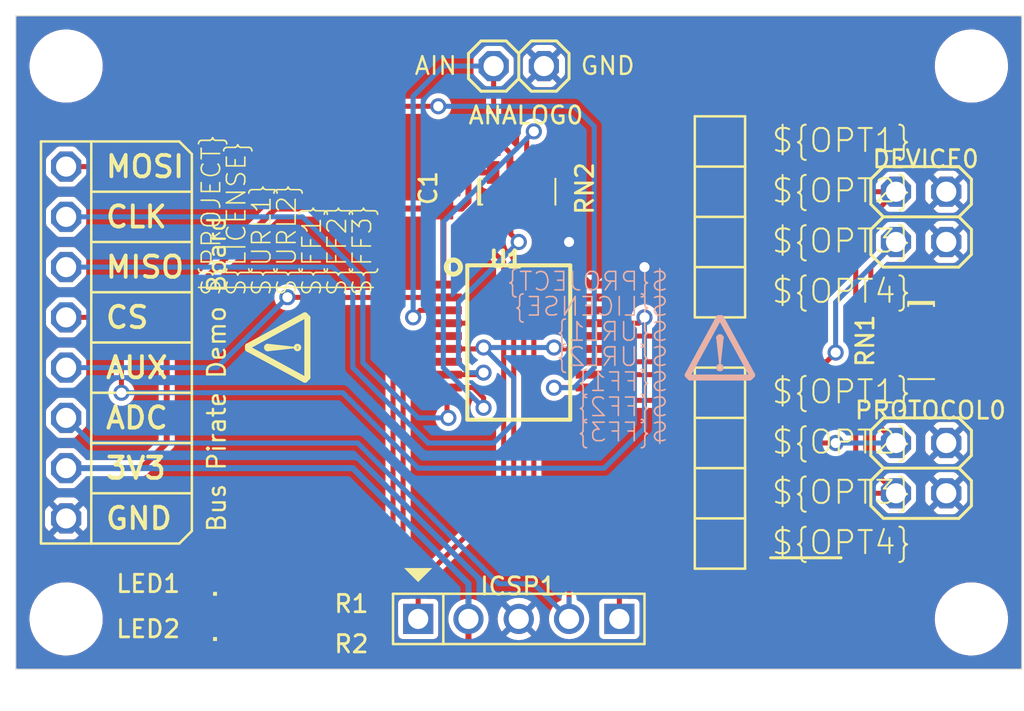
<source format=kicad_pcb>
(kicad_pcb (version 20221018) (generator pcbnew)
  (layers (0 "F.Cu" signal) (31 "B.Cu" signal) (34 "B.Paste" user) (35 "F.Paste" user) (36 "B.SilkS" user "B.Silkscreen") (37 "F.SilkS" user "F.Silkscreen") (38 "B.Mask" user) (39 "F.Mask" user) (44 "Edge.Cuts" user))
  (net 0 "")
  (net 1 "GND")
  (net 2 "PGD")
  (net 3 "PGC")
  (net 4 "MCLR")
  (net 5 "+3V3")
  (net 6 "MOSI")
  (net 7 "CLK")
  (net 8 "MISO")
  (net 9 "CS")
  (net 10 "AUX")
  (net 11 "ADC_IN0")
  (net 12 "N$2")
  (net 13 "X1")
  (net 14 "X2")
  (net 15 "Y1")
  (net 16 "Y2")
  (net 17 "N$1")
  (net 18 "ADC_IN1")
  (net 19 "ADC_IN2")
  (net 20 "N$7")
  (net 21 "N$10")
  (footprint "" (layer "F.Cu") (at 171.3611 91.0336)
    (fp_text reference "@HOLE2" hide)
    (fp_text value "" (at 0 0) (layer "F.SilkS") (effects (font (size 1.27 1.27))))
    (pad "" np_thru_hole circle (at 0 0) (size 3.2 3.2) (drill 3.2) (layers "*.Cu" "*.Mask"))
  )
  (footprint "" (layer "F.Cu") (at 125.6411 118.9736)
    (fp_text reference "@HOLE0" hide)
    (fp_text value "" (at 0 0) (layer "F.SilkS") (effects (font (size 1.27 1.27))))
    (pad "" np_thru_hole circle (at 0 0) (size 3.2 3.2) (drill 3.2) (layers "*.Cu" "*.Mask"))
  )
  (footprint "working:RN8P-4R-CRA06S" (layer "F.Cu") (at 168.8211 105.0036 -90)
    (fp_text reference "RN1" (at -1.492 2.826 90) (layer "F.SilkS") (effects (font (size 0.875792 0.875792) (thickness 0.140208)) (justify right)))
    (fp_text value "10k")
    (fp_poly (pts (xy -2.1 0.7) (xy -1.9 0.7) (xy -1.9 -0.7) (xy -2.1 -0.7)) (fill solid) (layer "F.SilkS"))
    (fp_poly (pts (xy -2 -0.6) (xy -1.8 -0.6) (xy -1.8 -0.7) (xy -2 -0.7)) (fill solid) (layer "F.SilkS"))
    (fp_poly (pts (xy -2 0.7) (xy -1.8 0.7) (xy -1.8 0.6) (xy -2 0.6)) (fill solid) (layer "F.SilkS"))
    (fp_poly (pts (xy 1.8 0.7) (xy 1.9 0.7) (xy 1.9 -0.7) (xy 1.8 -0.7)) (fill solid) (layer "F.SilkS"))
    (pad "1" smd rect (at -1.295 0.975 270) (size 0.63 1.15) (layers "F.Cu" "F.Paste" "F.Mask") (net 14 "X2"))
    (pad "2" smd rect (at -0.4 0.975 270) (size 0.44 1.15) (layers "F.Cu" "F.Paste" "F.Mask") (net 13 "X1"))
    (pad "3" smd rect (at 0.4 0.975 270) (size 0.44 1.15) (layers "F.Cu" "F.Paste" "F.Mask") (net 16 "Y2"))
    (pad "4" smd rect (at 1.295 0.975 270) (size 0.63 1.15) (layers "F.Cu" "F.Paste" "F.Mask") (net 15 "Y1"))
    (pad "5" smd rect (at 1.295 -0.975 270) (size 0.63 1.15) (layers "F.Cu" "F.Paste" "F.Mask") (net 5 "+3V3"))
    (pad "6" smd rect (at 0.4 -0.975 270) (size 0.44 1.15) (layers "F.Cu" "F.Paste" "F.Mask") (net 5 "+3V3"))
    (pad "7" smd rect (at -0.4 -0.975 270) (size 0.44 1.15) (layers "F.Cu" "F.Paste" "F.Mask") (net 5 "+3V3"))
    (pad "8" smd rect (at -1.295 -0.975 270) (size 0.63 1.15) (layers "F.Cu" "F.Paste" "F.Mask") (net 5 "+3V3"))
  )
  (footprint "working:LED-805" (layer "F.Cu") (at 133.2611 119.9896 90)
    (fp_text reference "LED2" (at 0.508 -1.778) (layer "F.SilkS") (effects (font (size 0.875792 0.875792) (thickness 0.140208)) (justify right)))
    (fp_text value "")
    (fp_poly (pts (xy -0.1 0) (xy 0.1 0) (xy 0.1 -0.2) (xy -0.1 -0.2)) (fill solid) (layer "F.SilkS"))
    (pad "A" smd rect (at 0 1.05 90) (size 1.2 1.2) (layers "F.Cu" "F.Paste" "F.Mask") (net 20 "N$7"))
    (pad "C" smd rect (at 0 -1.05 90) (size 1.2 1.2) (layers "F.Cu" "F.Paste" "F.Mask") (net 1 "GND"))
  )
  (footprint "working:R603" (layer "F.Cu") (at 137.0711 119.9896)
    (fp_text reference "R2" (at 2.032 0.254) (layer "F.SilkS") (effects (font (size 0.875792 0.875792) (thickness 0.140208)) (justify left)))
    (fp_text value "1k")
    (pad "1" smd rect (at -0.85 0) (size 1 1.1) (layers "F.Cu" "F.Paste" "F.Mask") (net 20 "N$7"))
    (pad "2" smd rect (at 0.85 0) (size 1 1.1) (layers "F.Cu" "F.Paste" "F.Mask") (net 21 "N$10"))
  )
  (footprint "" (layer "F.Cu") (at 125.6411 91.0336)
    (fp_text reference "@HOLE3" hide)
    (fp_text value "" (at 0 0) (layer "F.SilkS") (effects (font (size 1.27 1.27))))
    (pad "" np_thru_hole circle (at 0 0) (size 3.2 3.2) (drill 3.2) (layers "*.Cu" "*.Mask"))
  )
  (footprint "working:2X02" (layer "F.Cu") (at 168.8211 98.6536 -90)
    (fp_text reference "DEVICE0" (at -2.921 2.54) (layer "F.SilkS") (effects (font (size 0.87884 0.87884) (thickness 0.13716)) (justify left)))
    (fp_text value "")
    (fp_line (start -2.54 -1.905) (end -1.905 -2.54) (stroke (width 0.1524)) (layer "F.SilkS"))
    (fp_line (start -2.54 1.905) (end -2.54 -1.905) (stroke (width 0.1524)) (layer "F.SilkS"))
    (fp_line (start -2.54 1.905) (end -1.905 2.54) (stroke (width 0.1524)) (layer "F.SilkS"))
    (fp_line (start -1.905 -2.54) (end -0.635 -2.54) (stroke (width 0.1524)) (layer "F.SilkS"))
    (fp_line (start -1.905 2.54) (end -0.635 2.54) (stroke (width 0.1524)) (layer "F.SilkS"))
    (fp_line (start -0.635 -2.54) (end 0 -1.905) (stroke (width 0.1524)) (layer "F.SilkS"))
    (fp_line (start -0.635 2.54) (end 0 1.905) (stroke (width 0.1524)) (layer "F.SilkS"))
    (fp_line (start 0 -1.905) (end 0 1.905) (stroke (width 0.1524)) (layer "F.SilkS"))
    (fp_line (start 0 -1.905) (end 0.635 -2.54) (stroke (width 0.1524)) (layer "F.SilkS"))
    (fp_line (start 0 1.905) (end 0.635 2.54) (stroke (width 0.1524)) (layer "F.SilkS"))
    (fp_line (start 0.635 -2.54) (end 1.905 -2.54) (stroke (width 0.1524)) (layer "F.SilkS"))
    (fp_line (start 0.635 2.54) (end 1.905 2.54) (stroke (width 0.1524)) (layer "F.SilkS"))
    (fp_line (start 1.905 -2.54) (end 2.54 -1.905) (stroke (width 0.1524)) (layer "F.SilkS"))
    (fp_line (start 1.905 2.54) (end 2.54 1.905) (stroke (width 0.1524)) (layer "F.SilkS"))
    (fp_line (start 2.54 -1.905) (end 2.54 1.905) (stroke (width 0.1524)) (layer "F.SilkS"))
    (pad "1" thru_hole roundrect (at -1.27 1.27 270) (size 1.524 1.524) (drill 1.016) (layers "*.Cu" "*.Mask") (chamfer_ratio 0.2928932188) (chamfer top_left top_right bottom_left bottom_right) (net 13 "X1"))
    (pad "2" thru_hole roundrect (at -1.27 -1.27 270) (size 1.524 1.524) (drill 1.016) (layers "*.Cu" "*.Mask") (chamfer_ratio 0.2928932188) (chamfer top_left top_right bottom_left bottom_right) (net 1 "GND"))
    (pad "3" thru_hole roundrect (at 1.27 1.27 270) (size 1.524 1.524) (drill 1.016) (layers "*.Cu" "*.Mask") (chamfer_ratio 0.2928932188) (chamfer top_left top_right bottom_left bottom_right) (net 14 "X2"))
    (pad "4" thru_hole roundrect (at 1.27 -1.27 270) (size 1.524 1.524) (drill 1.016) (layers "*.Cu" "*.Mask") (chamfer_ratio 0.2928932188) (chamfer top_left top_right bottom_left bottom_right) (net 1 "GND"))
  )
  (footprint "working:JUMP2X2_DESC" (layer "F.Cu") (at 161.2011 110.7186)
    (fp_text reference "U$9" hide)
    (fp_text value "JUMP2X2_DESC" hide)
    (fp_text user "${OPT2}" (at 0 0) (layer "F.SilkS") (effects (font (size 1.1684 1.1684) (thickness 0.1016)) (justify left bottom)))
    (fp_text user "${OPT1}" (at 0 -2.54) (layer "F.SilkS") (effects (font (size 1.1684 1.1684) (thickness 0.1016)) (justify left bottom)))
    (fp_text user "${OPT3}" (at 0 2.54) (layer "F.SilkS") (effects (font (size 1.1684 1.1684) (thickness 0.1016)) (justify left bottom)))
    (fp_text user "${OPT4}" (at 0 5.08) (layer "F.SilkS") (effects (font (size 1.1684 1.1684) (thickness 0.1016)) (justify left bottom)))
    (fp_line (start -3.81 -4.445) (end -1.27 -4.445) (stroke (width 0.127)) (layer "F.SilkS"))
    (fp_line (start -3.81 -1.905) (end -3.81 -4.445) (stroke (width 0.127)) (layer "F.SilkS"))
    (fp_line (start -3.81 -1.905) (end -1.27 -1.905) (stroke (width 0.127)) (layer "F.SilkS"))
    (fp_line (start -3.81 0.635) (end -3.81 -1.905) (stroke (width 0.127)) (layer "F.SilkS"))
    (fp_line (start -3.81 0.635) (end -1.27 0.635) (stroke (width 0.127)) (layer "F.SilkS"))
    (fp_line (start -3.81 3.175) (end -3.81 0.635) (stroke (width 0.127)) (layer "F.SilkS"))
    (fp_line (start -3.81 3.175) (end -1.27 3.175) (stroke (width 0.127)) (layer "F.SilkS"))
    (fp_line (start -3.81 5.715) (end -3.81 3.175) (stroke (width 0.127)) (layer "F.SilkS"))
    (fp_line (start -1.27 -4.445) (end -1.27 -1.905) (stroke (width 0.127)) (layer "F.SilkS"))
    (fp_line (start -1.27 -1.905) (end -1.27 0.635) (stroke (width 0.127)) (layer "F.SilkS"))
    (fp_line (start -1.27 0.635) (end -1.27 3.175) (stroke (width 0.127)) (layer "F.SilkS"))
    (fp_line (start -1.27 3.175) (end -1.27 5.715) (stroke (width 0.127)) (layer "F.SilkS"))
    (fp_line (start -1.27 5.715) (end -3.81 5.715) (stroke (width 0.127)) (layer "F.SilkS"))
  )
  (footprint "working:2X02" (layer "F.Cu") (at 168.8211 111.3536 -90)
    (fp_text reference "PROTOCOL0" (at -2.921 3.429) (layer "F.SilkS") (effects (font (size 0.87884 0.87884) (thickness 0.13716)) (justify left)))
    (fp_text value "")
    (fp_line (start -2.54 -1.905) (end -1.905 -2.54) (stroke (width 0.1524)) (layer "F.SilkS"))
    (fp_line (start -2.54 1.905) (end -2.54 -1.905) (stroke (width 0.1524)) (layer "F.SilkS"))
    (fp_line (start -2.54 1.905) (end -1.905 2.54) (stroke (width 0.1524)) (layer "F.SilkS"))
    (fp_line (start -1.905 -2.54) (end -0.635 -2.54) (stroke (width 0.1524)) (layer "F.SilkS"))
    (fp_line (start -1.905 2.54) (end -0.635 2.54) (stroke (width 0.1524)) (layer "F.SilkS"))
    (fp_line (start -0.635 -2.54) (end 0 -1.905) (stroke (width 0.1524)) (layer "F.SilkS"))
    (fp_line (start -0.635 2.54) (end 0 1.905) (stroke (width 0.1524)) (layer "F.SilkS"))
    (fp_line (start 0 -1.905) (end 0 1.905) (stroke (width 0.1524)) (layer "F.SilkS"))
    (fp_line (start 0 -1.905) (end 0.635 -2.54) (stroke (width 0.1524)) (layer "F.SilkS"))
    (fp_line (start 0 1.905) (end 0.635 2.54) (stroke (width 0.1524)) (layer "F.SilkS"))
    (fp_line (start 0.635 -2.54) (end 1.905 -2.54) (stroke (width 0.1524)) (layer "F.SilkS"))
    (fp_line (start 0.635 2.54) (end 1.905 2.54) (stroke (width 0.1524)) (layer "F.SilkS"))
    (fp_line (start 1.905 -2.54) (end 2.54 -1.905) (stroke (width 0.1524)) (layer "F.SilkS"))
    (fp_line (start 1.905 2.54) (end 2.54 1.905) (stroke (width 0.1524)) (layer "F.SilkS"))
    (fp_line (start 2.54 -1.905) (end 2.54 1.905) (stroke (width 0.1524)) (layer "F.SilkS"))
    (pad "1" thru_hole roundrect (at -1.27 1.27 270) (size 1.524 1.524) (drill 1.016) (layers "*.Cu" "*.Mask") (chamfer_ratio 0.2928932188) (chamfer top_left top_right bottom_left bottom_right) (net 15 "Y1"))
    (pad "2" thru_hole roundrect (at -1.27 -1.27 270) (size 1.524 1.524) (drill 1.016) (layers "*.Cu" "*.Mask") (chamfer_ratio 0.2928932188) (chamfer top_left top_right bottom_left bottom_right) (net 1 "GND"))
    (pad "3" thru_hole roundrect (at 1.27 1.27 270) (size 1.524 1.524) (drill 1.016) (layers "*.Cu" "*.Mask") (chamfer_ratio 0.2928932188) (chamfer top_left top_right bottom_left bottom_right) (net 16 "Y2"))
    (pad "4" thru_hole roundrect (at 1.27 -1.27 270) (size 1.524 1.524) (drill 1.016) (layers "*.Cu" "*.Mask") (chamfer_ratio 0.2928932188) (chamfer top_left top_right bottom_left bottom_right) (net 1 "GND"))
  )
  (footprint "working:SSOP20" (layer "F.Cu") (at 148.5011 105.0036 -90)
    (fp_text reference "U1" (at -4.206 1.5839) (layer "F.SilkS") (effects (font (size 0.819709 0.819709) (thickness 0.196291)) (justify left)))
    (fp_text value "PIC16F1829SS")
    (fp_line (start -3.9 -2.6) (end -3.9 2.6) (stroke (width 0.2032)) (layer "F.SilkS"))
    (fp_line (start -3.9 2.6) (end 3.9 2.6) (stroke (width 0.2032)) (layer "F.SilkS"))
    (fp_line (start 3.9 -2.6) (end -3.9 -2.6) (stroke (width 0.2032)) (layer "F.SilkS"))
    (fp_line (start 3.9 2.6) (end 3.9 -2.6) (stroke (width 0.2032)) (layer "F.SilkS"))
    (pad "1" smd rect (at -2.925 3.625 270) (size 0.4 1.5) (layers "F.Cu" "F.Paste" "F.Mask") (net 5 "+3V3"))
    (pad "2" smd rect (at -2.275 3.625 270) (size 0.4 1.5) (layers "F.Cu" "F.Paste" "F.Mask") (net 10 "AUX"))
    (pad "3" smd rect (at -1.625 3.625 270) (size 0.4 1.5) (layers "F.Cu" "F.Paste" "F.Mask") (net 11 "ADC_IN0"))
    (pad "4" smd rect (at -0.975 3.625 270) (size 0.4 1.5) (layers "F.Cu" "F.Paste" "F.Mask") (net 4 "MCLR"))
    (pad "5" smd rect (at -0.325 3.625 270) (size 0.4 1.5) (layers "F.Cu" "F.Paste" "F.Mask") (net 17 "N$1"))
    (pad "6" smd rect (at 0.325 3.625 270) (size 0.4 1.5) (layers "F.Cu" "F.Paste" "F.Mask") (net 8 "MISO"))
    (pad "7" smd rect (at 0.975 3.625 270) (size 0.4 1.5) (layers "F.Cu" "F.Paste" "F.Mask") (net 21 "N$10"))
    (pad "8" smd rect (at 1.625 3.625 270) (size 0.4 1.5) (layers "F.Cu" "F.Paste" "F.Mask") (net 18 "ADC_IN1"))
    (pad "9" smd rect (at 2.275 3.625 270) (size 0.4 1.5) (layers "F.Cu" "F.Paste" "F.Mask") (net 19 "ADC_IN2"))
    (pad "10" smd rect (at 2.925 3.625 270) (size 0.4 1.5) (layers "F.Cu" "F.Paste" "F.Mask") (net 7 "CLK"))
    (pad "11" smd rect (at 2.925 -3.625 270) (size 0.4 1.5) (layers "F.Cu" "F.Paste" "F.Mask") (net 16 "Y2"))
    (pad "12" smd rect (at 2.275 -3.625 270) (size 0.4 1.5) (layers "F.Cu" "F.Paste" "F.Mask") (net 6 "MOSI"))
    (pad "13" smd rect (at 1.625 -3.625 270) (size 0.4 1.5) (layers "F.Cu" "F.Paste" "F.Mask") (net 15 "Y1"))
    (pad "14" smd rect (at 0.975 -3.625 270) (size 0.4 1.5) (layers "F.Cu" "F.Paste" "F.Mask") (net 14 "X2"))
    (pad "15" smd rect (at 0.325 -3.625 270) (size 0.4 1.5) (layers "F.Cu" "F.Paste" "F.Mask") (net 8 "MISO"))
    (pad "16" smd rect (at -0.325 -3.625 270) (size 0.4 1.5) (layers "F.Cu" "F.Paste" "F.Mask") (net 13 "X1"))
    (pad "17" smd rect (at -0.975 -3.625 270) (size 0.4 1.5) (layers "F.Cu" "F.Paste" "F.Mask") (net 9 "CS"))
    (pad "18" smd rect (at -1.625 -3.625 270) (size 0.4 1.5) (layers "F.Cu" "F.Paste" "F.Mask") (net 3 "PGC"))
    (pad "19" smd rect (at -2.275 -3.625 270) (size 0.4 1.5) (layers "F.Cu" "F.Paste" "F.Mask") (net 2 "PGD"))
    (pad "20" smd rect (at -2.925 -3.625 270) (size 0.4 1.5) (layers "F.Cu" "F.Paste" "F.Mask") (net 1 "GND"))
  )
  (footprint "working:JUMP2X2_DESC" (layer "F.Cu") (at 161.2011 98.0186)
    (fp_text reference "U$10" hide)
    (fp_text value "JUMP2X2_DESC" hide)
    (fp_text user "${OPT3}" (at 0 2.54) (layer "F.SilkS") (effects (font (size 1.1684 1.1684) (thickness 0.1016)) (justify left bottom)))
    (fp_text user "${OPT2}" (at 0 0) (layer "F.SilkS") (effects (font (size 1.1684 1.1684) (thickness 0.1016)) (justify left bottom)))
    (fp_text user "${OPT4}" (at 0 5.08) (layer "F.SilkS") (effects (font (size 1.1684 1.1684) (thickness 0.1016)) (justify left bottom)))
    (fp_text user "${OPT1}" (at 0 -2.54) (layer "F.SilkS") (effects (font (size 1.1684 1.1684) (thickness 0.1016)) (justify left bottom)))
    (fp_line (start -3.81 -4.445) (end -1.27 -4.445) (stroke (width 0.127)) (layer "F.SilkS"))
    (fp_line (start -3.81 -1.905) (end -3.81 -4.445) (stroke (width 0.127)) (layer "F.SilkS"))
    (fp_line (start -3.81 -1.905) (end -1.27 -1.905) (stroke (width 0.127)) (layer "F.SilkS"))
    (fp_line (start -3.81 0.635) (end -3.81 -1.905) (stroke (width 0.127)) (layer "F.SilkS"))
    (fp_line (start -3.81 0.635) (end -1.27 0.635) (stroke (width 0.127)) (layer "F.SilkS"))
    (fp_line (start -3.81 3.175) (end -3.81 0.635) (stroke (width 0.127)) (layer "F.SilkS"))
    (fp_line (start -3.81 3.175) (end -1.27 3.175) (stroke (width 0.127)) (layer "F.SilkS"))
    (fp_line (start -3.81 5.715) (end -3.81 3.175) (stroke (width 0.127)) (layer "F.SilkS"))
    (fp_line (start -1.27 -4.445) (end -1.27 -1.905) (stroke (width 0.127)) (layer "F.SilkS"))
    (fp_line (start -1.27 -1.905) (end -1.27 0.635) (stroke (width 0.127)) (layer "F.SilkS"))
    (fp_line (start -1.27 0.635) (end -1.27 3.175) (stroke (width 0.127)) (layer "F.SilkS"))
    (fp_line (start -1.27 3.175) (end -1.27 5.715) (stroke (width 0.127)) (layer "F.SilkS"))
    (fp_line (start -1.27 5.715) (end -3.81 5.715) (stroke (width 0.127)) (layer "F.SilkS"))
  )
  (footprint "working:HEADER_PRG_1X05_ICSP_B" (layer "F.Cu") (at 148.5011 118.9736)
    (fp_text reference "ICSP1" (at -2.032 -1.651) (layer "F.SilkS") (effects (font (size 0.875792 0.875792) (thickness 0.140208)) (justify left)))
    (fp_text value "HEADER_PRG_PIC_ICSPB")
    (fp_line (start -6.35 -1.27) (end -3.81 -1.27) (stroke (width 0.127)) (layer "F.SilkS"))
    (fp_line (start -6.35 1.27) (end -6.35 -1.27) (stroke (width 0.127)) (layer "F.SilkS"))
    (fp_line (start -3.81 -1.27) (end 6.35 -1.27) (stroke (width 0.127)) (layer "F.SilkS"))
    (fp_line (start -3.81 1.27) (end -6.35 1.27) (stroke (width 0.127)) (layer "F.SilkS"))
    (fp_line (start -3.81 1.27) (end -3.81 -1.27) (stroke (width 0.127)) (layer "F.SilkS"))
    (fp_line (start 6.35 -1.27) (end 6.35 1.27) (stroke (width 0.127)) (layer "F.SilkS"))
    (fp_line (start 6.35 1.27) (end -3.81 1.27) (stroke (width 0.127)) (layer "F.SilkS"))
    (fp_poly (pts (xy -5.08 -1.860169) (xy -5.791531 -2.5717) (xy -4.368469 -2.5717)) (fill solid) (layer "F.SilkS"))
    (pad "1" thru_hole rect (at -5.08 0) (size 1.524 1.524) (drill 1.016) (layers "*.Cu" "*.Mask") (net 4 "MCLR"))
    (pad "2" thru_hole circle (at -2.54 0) (size 1.524 1.524) (drill 1.016) (layers "*.Cu" "*.Mask") (net 5 "+3V3"))
    (pad "3" thru_hole circle (at 0 0) (size 1.524 1.524) (drill 1.016) (layers "*.Cu" "*.Mask") (net 1 "GND"))
    (pad "4" thru_hole circle (at 2.54 0) (size 1.524 1.524) (drill 1.016) (layers "*.Cu" "*.Mask") (net 2 "PGD"))
    (pad "5" thru_hole rect (at 5.08 0) (size 1.524 1.524) (drill 1.016) (layers "*.Cu" "*.Mask") (net 3 "PGC"))
  )
  (footprint "working:1X02" (layer "F.Cu") (at 148.5011 91.0336 180)
    (fp_text reference "ANALOG0" (at 2.6162 -2.4892) (layer "F.SilkS") (effects (font (size 0.87884 0.87884) (thickness 0.13716)) (justify left)))
    (fp_text value "")
    (fp_line (start -2.54 -0.635) (end -2.54 0.635) (stroke (width 0.1524)) (layer "F.SilkS"))
    (fp_line (start -2.54 0.635) (end -1.905 1.27) (stroke (width 0.1524)) (layer "F.SilkS"))
    (fp_line (start -1.905 -1.27) (end -2.54 -0.635) (stroke (width 0.1524)) (layer "F.SilkS"))
    (fp_line (start -1.905 -1.27) (end -0.635 -1.27) (stroke (width 0.1524)) (layer "F.SilkS"))
    (fp_line (start -0.635 -1.27) (end 0 -0.635) (stroke (width 0.1524)) (layer "F.SilkS"))
    (fp_line (start -0.635 1.27) (end -1.905 1.27) (stroke (width 0.1524)) (layer "F.SilkS"))
    (fp_line (start 0 -0.635) (end 0 0.635) (stroke (width 0.1524)) (layer "F.SilkS"))
    (fp_line (start 0 -0.635) (end 0.635 -1.27) (stroke (width 0.1524)) (layer "F.SilkS"))
    (fp_line (start 0 0.635) (end -0.635 1.27) (stroke (width 0.1524)) (layer "F.SilkS"))
    (fp_line (start 0.635 -1.27) (end 1.905 -1.27) (stroke (width 0.1524)) (layer "F.SilkS"))
    (fp_line (start 0.635 1.27) (end 0 0.635) (stroke (width 0.1524)) (layer "F.SilkS"))
    (fp_line (start 1.905 -1.27) (end 2.54 -0.635) (stroke (width 0.1524)) (layer "F.SilkS"))
    (fp_line (start 1.905 1.27) (end 0.635 1.27) (stroke (width 0.1524)) (layer "F.SilkS"))
    (fp_line (start 2.54 -0.635) (end 2.54 0.635) (stroke (width 0.1524)) (layer "F.SilkS"))
    (fp_line (start 2.54 0.635) (end 1.905 1.27) (stroke (width 0.1524)) (layer "F.SilkS"))
    (pad "1" thru_hole roundrect (at -1.27 0 270) (size 1.524 1.524) (drill 1.016) (layers "*.Cu" "*.Mask") (chamfer_ratio 0.2928932188) (chamfer top_left top_right bottom_left bottom_right) (net 1 "GND"))
    (pad "2" thru_hole roundrect (at 1.27 0 270) (size 1.524 1.524) (drill 1.016) (layers "*.Cu" "*.Mask") (chamfer_ratio 0.2928932188) (chamfer top_left top_right bottom_left bottom_right) (net 11 "ADC_IN0"))
  )
  (footprint "" (layer "F.Cu") (at 171.3611 118.9736)
    (fp_text reference "@HOLE1" hide)
    (fp_text value "" (at 0 0) (layer "F.SilkS") (effects (font (size 1.27 1.27))))
    (pad "" np_thru_hole circle (at 0 0) (size 3.2 3.2) (drill 3.2) (layers "*.Cu" "*.Mask"))
  )
  (footprint "working:C603" (layer "F.Cu") (at 144.6911 97.3836 90)
    (fp_text reference "C1" (at -0.762 -0.762 90) (layer "F.SilkS") (effects (font (size 0.875792 0.875792) (thickness 0.140208)) (justify left)))
    (fp_text value "0.1uF")
    (pad "1" smd rect (at -0.85 0 90) (size 1.1 1) (layers "F.Cu" "F.Paste" "F.Mask") (net 5 "+3V3"))
    (pad "2" smd rect (at 0.85 0 90) (size 1.1 1) (layers "F.Cu" "F.Paste" "F.Mask") (net 1 "GND"))
  )
  (footprint "working:LED-805" (layer "F.Cu") (at 133.2611 117.7036 90)
    (fp_text reference "LED1" (at 0.508 -1.778) (layer "F.SilkS") (effects (font (size 0.875792 0.875792) (thickness 0.140208)) (justify right)))
    (fp_text value "")
    (fp_poly (pts (xy -0.1 0) (xy 0.1 0) (xy 0.1 -0.2) (xy -0.1 -0.2)) (fill solid) (layer "F.SilkS"))
    (pad "A" smd rect (at 0 1.05 90) (size 1.2 1.2) (layers "F.Cu" "F.Paste" "F.Mask") (net 12 "N$2"))
    (pad "C" smd rect (at 0 -1.05 90) (size 1.2 1.2) (layers "F.Cu" "F.Paste" "F.Mask") (net 1 "GND"))
  )
  (footprint "working:R603" (layer "F.Cu") (at 137.0711 117.7036)
    (fp_text reference "R1" (at 2.032 0.508) (layer "F.SilkS") (effects (font (size 0.875792 0.875792) (thickness 0.140208)) (justify left)))
    (fp_text value "1k")
    (pad "1" smd rect (at -0.85 0) (size 1 1.1) (layers "F.Cu" "F.Paste" "F.Mask") (net 12 "N$2"))
    (pad "2" smd rect (at 0.85 0) (size 1 1.1) (layers "F.Cu" "F.Paste" "F.Mask") (net 17 "N$1"))
  )
  (footprint "working:DP_LOGO" (layer "F.Cu") (at 137.3251 105.2576 90)
    (fp_text reference "U$1" hide)
    (fp_text value "DINA4_L" hide)
    (fp_text user "${URL1}" (at 2.54 -1.27 90) (layer "F.SilkS") (effects (font (size 0.93472 0.93472) (thickness 0.08128)) (justify left bottom)))
    (fp_text user "${FF1}" (at 2.54 1.27 90) (layer "F.SilkS") (effects (font (size 0.93472 0.93472) (thickness 0.08128)) (justify left bottom)))
    (fp_text user "${URL2}" (at 2.54 0 90) (layer "F.SilkS") (effects (font (size 0.93472 0.93472) (thickness 0.08128)) (justify left bottom)))
    (fp_text user "${LICENSE}" (at 2.54 -2.54 90) (layer "F.SilkS") (effects (font (size 0.93472 0.93472) (thickness 0.08128)) (justify left bottom)))
    (fp_text user "${FF2}" (at 2.54 2.54 90) (layer "F.SilkS") (effects (font (size 0.93472 0.93472) (thickness 0.08128)) (justify left bottom)))
    (fp_text user "${PROJECT}" (at 2.54 -3.81 90) (layer "F.SilkS") (effects (font (size 0.93472 0.93472) (thickness 0.08128)) (justify left bottom)))
    (fp_text user "${FF3}" (at 2.54 3.81 90) (layer "F.SilkS") (effects (font (size 0.93472 0.93472) (thickness 0.08128)) (justify left bottom)))
    (fp_line (start -1.625 0.375) (end -0.0625 -2.5) (stroke (width 0.3048)) (layer "F.SilkS"))
    (fp_line (start -1.5 0.5) (end -1.625 0.375) (stroke (width 0.3048)) (layer "F.SilkS"))
    (fp_line (start -1.5 0.5) (end 1.5 0.5) (stroke (width 0.3048)) (layer "F.SilkS"))
    (fp_line (start -0.0625 -2.5) (end 0.0625 -2.5) (stroke (width 0.3048)) (layer "F.SilkS"))
    (fp_line (start 1.5 0.5) (end 1.625 0.375) (stroke (width 0.3048)) (layer "F.SilkS"))
    (fp_line (start 1.625 0.375) (end 0.0625 -2.5) (stroke (width 0.3048)) (layer "F.SilkS"))
    (fp_arc (start -0.125 -1.5) (mid 0 -1.625) (end 0.125 -1.5) (stroke (width 0.127)) (layer "F.SilkS"))
    (fp_circle (center 0 0) (end 0.125 0) (stroke (width 0.127)) (fill none) (layer "F.SilkS"))
    (fp_poly (pts (xy 0 0.200017) (xy -0.195946 -1.5635) (xy 0.195946 -1.5635)) (fill solid) (layer "F.SilkS"))
  )
  (footprint "working:HDR-BUSPIRATE" (layer "F.Cu") (at 125.6411 105.0036 -90)
    (fp_text reference "BP0" hide)
    (fp_text value "")
    (fp_text user "MOSI" (at -8.255 -1.905) (layer "F.SilkS") (effects (font (size 1.0795 1.0795) (thickness 0.1905)) (justify left bottom)))
    (fp_text user "ADC" (at 4.445 -1.905) (layer "F.SilkS") (effects (font (size 1.0795 1.0795) (thickness 0.1905)) (justify left bottom)))
    (fp_text user "CLK" (at -5.715 -1.905) (layer "F.SilkS") (effects (font (size 1.0795 1.0795) (thickness 0.1905)) (justify left bottom)))
    (fp_text user "GND" (at 9.525 -1.905) (layer "F.SilkS") (effects (font (size 1.0795 1.0795) (thickness 0.1905)) (justify left bottom)))
    (fp_text user "CS" (at -0.635 -1.905) (layer "F.SilkS") (effects (font (size 1.0795 1.0795) (thickness 0.1905)) (justify left bottom)))
    (fp_text user "3V3" (at 6.985 -1.905) (layer "F.SilkS") (effects (font (size 1.0795 1.0795) (thickness 0.1905)) (justify left bottom)))
    (fp_text user "MISO" (at -3.175 -1.905) (layer "F.SilkS") (effects (font (size 1.0795 1.0795) (thickness 0.1905)) (justify left bottom)))
    (fp_text user "AUX" (at 1.905 -1.905) (layer "F.SilkS") (effects (font (size 1.0795 1.0795) (thickness 0.1905)) (justify left bottom)))
    (fp_line (start -10.16 -5.715) (end -9.525 -6.35) (stroke (width 0.127)) (layer "F.SilkS"))
    (fp_line (start -10.16 -1.27) (end -10.16 -5.715) (stroke (width 0.127)) (layer "F.SilkS"))
    (fp_line (start -10.16 -1.27) (end -10.16 1.27) (stroke (width 0.127)) (layer "F.SilkS"))
    (fp_line (start -10.16 1.27) (end 10.16 1.27) (stroke (width 0.127)) (layer "F.SilkS"))
    (fp_line (start -9.525 -6.35) (end -7.62 -6.35) (stroke (width 0.127)) (layer "F.SilkS"))
    (fp_line (start -7.62 -6.35) (end -5.08 -6.35) (stroke (width 0.127)) (layer "F.SilkS"))
    (fp_line (start -7.62 -1.27) (end -10.16 -1.27) (stroke (width 0.127)) (layer "F.SilkS"))
    (fp_line (start -7.62 -1.27) (end -7.62 -6.35) (stroke (width 0.127)) (layer "F.SilkS"))
    (fp_line (start -5.08 -6.35) (end -2.54 -6.35) (stroke (width 0.127)) (layer "F.SilkS"))
    (fp_line (start -5.08 -1.27) (end -7.62 -1.27) (stroke (width 0.127)) (layer "F.SilkS"))
    (fp_line (start -5.08 -1.27) (end -5.08 -6.35) (stroke (width 0.127)) (layer "F.SilkS"))
    (fp_line (start -2.54 -6.35) (end 0 -6.35) (stroke (width 0.127)) (layer "F.SilkS"))
    (fp_line (start -2.54 -1.27) (end -5.08 -1.27) (stroke (width 0.127)) (layer "F.SilkS"))
    (fp_line (start -2.54 -1.27) (end -2.54 -6.35) (stroke (width 0.127)) (layer "F.SilkS"))
    (fp_line (start 0 -6.35) (end 2.54 -6.35) (stroke (width 0.127)) (layer "F.SilkS"))
    (fp_line (start 0 -1.27) (end -2.54 -1.27) (stroke (width 0.127)) (layer "F.SilkS"))
    (fp_line (start 0 -1.27) (end 0 -6.35) (stroke (width 0.127)) (layer "F.SilkS"))
    (fp_line (start 2.54 -6.35) (end 5.08 -6.35) (stroke (width 0.127)) (layer "F.SilkS"))
    (fp_line (start 2.54 -1.27) (end 0 -1.27) (stroke (width 0.127)) (layer "F.SilkS"))
    (fp_line (start 2.54 -1.27) (end 2.54 -6.35) (stroke (width 0.127)) (layer "F.SilkS"))
    (fp_line (start 5.08 -6.35) (end 7.62 -6.35) (stroke (width 0.127)) (layer "F.SilkS"))
    (fp_line (start 5.08 -1.27) (end 2.54 -1.27) (stroke (width 0.127)) (layer "F.SilkS"))
    (fp_line (start 5.08 -1.27) (end 5.08 -6.35) (stroke (width 0.127)) (layer "F.SilkS"))
    (fp_line (start 7.62 -6.35) (end 9.525 -6.35) (stroke (width 0.127)) (layer "F.SilkS"))
    (fp_line (start 7.62 -1.27) (end 5.08 -1.27) (stroke (width 0.127)) (layer "F.SilkS"))
    (fp_line (start 7.62 -1.27) (end 7.62 -6.35) (stroke (width 0.127)) (layer "F.SilkS"))
    (fp_line (start 9.525 -6.35) (end 10.16 -5.715) (stroke (width 0.127)) (layer "F.SilkS"))
    (fp_line (start 10.16 -5.715) (end 10.16 -1.27) (stroke (width 0.127)) (layer "F.SilkS"))
    (fp_line (start 10.16 -1.27) (end 7.62 -1.27) (stroke (width 0.127)) (layer "F.SilkS"))
    (fp_line (start 10.16 1.27) (end 10.16 -1.27) (stroke (width 0.127)) (layer "F.SilkS"))
    (pad "1" thru_hole roundrect (at -8.89 0) (size 1.524 1.524) (drill 1.016) (layers "*.Cu" "*.Mask") (chamfer_ratio 0.2928932188) (chamfer top_left top_right bottom_left bottom_right) (net 6 "MOSI"))
    (pad "2" thru_hole roundrect (at -6.35 0) (size 1.524 1.524) (drill 1.016) (layers "*.Cu" "*.Mask") (chamfer_ratio 0.2928932188) (chamfer top_left top_right bottom_left bottom_right) (net 7 "CLK"))
    (pad "3" thru_hole roundrect (at -3.81 0) (size 1.524 1.524) (drill 1.016) (layers "*.Cu" "*.Mask") (chamfer_ratio 0.2928932188) (chamfer top_left top_right bottom_left bottom_right) (net 8 "MISO"))
    (pad "4" thru_hole roundrect (at -1.27 0) (size 1.524 1.524) (drill 1.016) (layers "*.Cu" "*.Mask") (chamfer_ratio 0.2928932188) (chamfer top_left top_right bottom_left bottom_right) (net 9 "CS"))
    (pad "5" thru_hole roundrect (at 1.27 0) (size 1.524 1.524) (drill 1.016) (layers "*.Cu" "*.Mask") (chamfer_ratio 0.2928932188) (chamfer top_left top_right bottom_left bottom_right) (net 10 "AUX"))
    (pad "6" thru_hole roundrect (at 3.81 0) (size 1.524 1.524) (drill 1.016) (layers "*.Cu" "*.Mask") (chamfer_ratio 0.2928932188) (chamfer top_left top_right bottom_left bottom_right) (net 2 "PGD"))
    (pad "7" thru_hole roundrect (at 6.35 0) (size 1.524 1.524) (drill 1.016) (layers "*.Cu" "*.Mask") (chamfer_ratio 0.2928932188) (chamfer top_left top_right bottom_left bottom_right) (net 5 "+3V3"))
    (pad "8" thru_hole roundrect (at 8.89 0) (size 1.524 1.524) (drill 1.016) (layers "*.Cu" "*.Mask") (chamfer_ratio 0.2928932188) (chamfer top_left top_right bottom_left bottom_right) (net 1 "GND"))
  )
  (footprint "working:RN8P-4R-CRA06S" (layer "F.Cu") (at 148.5011 97.3836)
    (fp_text reference "RN2" (at 3.334 1.238 90) (layer "F.SilkS") (effects (font (size 0.875792 0.875792) (thickness 0.140208)) (justify left)))
    (fp_text value "10k")
    (fp_poly (pts (xy -2.1 0.7) (xy -1.9 0.7) (xy -1.9 -0.7) (xy -2.1 -0.7)) (fill solid) (layer "F.SilkS"))
    (fp_poly (pts (xy -2 -0.6) (xy -1.8 -0.6) (xy -1.8 -0.7) (xy -2 -0.7)) (fill solid) (layer "F.SilkS"))
    (fp_poly (pts (xy -2 0.7) (xy -1.8 0.7) (xy -1.8 0.6) (xy -2 0.6)) (fill solid) (layer "F.SilkS"))
    (fp_poly (pts (xy 1.8 0.7) (xy 1.9 0.7) (xy 1.9 -0.7) (xy 1.8 -0.7)) (fill solid) (layer "F.SilkS"))
    (pad "1" smd rect (at -1.295 0.975) (size 0.63 1.15) (layers "F.Cu" "F.Paste" "F.Mask") (net 4 "MCLR"))
    (pad "2" smd rect (at -0.4 0.975) (size 0.44 1.15) (layers "F.Cu" "F.Paste" "F.Mask") (net 18 "ADC_IN1"))
    (pad "3" smd rect (at 0.4 0.975) (size 0.44 1.15) (layers "F.Cu" "F.Paste" "F.Mask") (net 18 "ADC_IN1"))
    (pad "4" smd rect (at 1.295 0.975) (size 0.63 1.15) (layers "F.Cu" "F.Paste" "F.Mask") (net 1 "GND"))
    (pad "5" smd rect (at 1.295 -0.975) (size 0.63 1.15) (layers "F.Cu" "F.Paste" "F.Mask") (net 19 "ADC_IN2"))
    (pad "6" smd rect (at 0.4 -0.975) (size 0.44 1.15) (layers "F.Cu" "F.Paste" "F.Mask") (net 19 "ADC_IN2"))
    (pad "7" smd rect (at -0.4 -0.975) (size 0.44 1.15) (layers "F.Cu" "F.Paste" "F.Mask") (net 11 "ADC_IN0"))
    (pad "8" smd rect (at -1.295 -0.975) (size 0.63 1.15) (layers "F.Cu" "F.Paste" "F.Mask") (net 5 "+3V3"))
  )
  (footprint "working:DP_LOGO" (layer "B.Cu") (at 158.6611 106.2736 180)
    (fp_text reference "U$2" hide)
    (fp_text value "DINA4_L" hide)
    (fp_text user "${LICENSE}" (at 2.54 2.54) (layer "B.SilkS") (effects (font (size 0.93472 0.93472) (thickness 0.08128)) (justify left bottom mirror)))
    (fp_text user "${FF3}" (at 2.54 -3.81) (layer "B.SilkS") (effects (font (size 0.93472 0.93472) (thickness 0.08128)) (justify left bottom mirror)))
    (fp_text user "${FF1}" (at 2.54 -1.27) (layer "B.SilkS") (effects (font (size 0.93472 0.93472) (thickness 0.08128)) (justify left bottom mirror)))
    (fp_text user "${PROJECT}" (at 2.54 3.81) (layer "B.SilkS") (effects (font (size 0.93472 0.93472) (thickness 0.08128)) (justify left bottom mirror)))
    (fp_text user "${URL1}" (at 2.54 1.27) (layer "B.SilkS") (effects (font (size 0.93472 0.93472) (thickness 0.08128)) (justify left bottom mirror)))
    (fp_text user "${FF2}" (at 2.54 -2.54) (layer "B.SilkS") (effects (font (size 0.93472 0.93472) (thickness 0.08128)) (justify left bottom mirror)))
    (fp_text user "${URL2}" (at 2.54 0) (layer "B.SilkS") (effects (font (size 0.93472 0.93472) (thickness 0.08128)) (justify left bottom mirror)))
    (fp_line (start -1.625 -0.375) (end -0.0625 2.5) (stroke (width 0.3048)) (layer "B.SilkS"))
    (fp_line (start -1.5 -0.5) (end -1.625 -0.375) (stroke (width 0.3048)) (layer "B.SilkS"))
    (fp_line (start -1.5 -0.5) (end 1.5 -0.5) (stroke (width 0.3048)) (layer "B.SilkS"))
    (fp_line (start -0.0625 2.5) (end 0.0625 2.5) (stroke (width 0.3048)) (layer "B.SilkS"))
    (fp_line (start 1.5 -0.5) (end 1.625 -0.375) (stroke (width 0.3048)) (layer "B.SilkS"))
    (fp_line (start 1.625 -0.375) (end 0.0625 2.5) (stroke (width 0.3048)) (layer "B.SilkS"))
    (fp_arc (start 0.125 1.5) (mid 0 1.625) (end -0.125 1.5) (stroke (width 0.127)) (layer "B.SilkS"))
    (fp_circle (center 0 0) (end 0.125 0) (stroke (width 0.127)) (fill none) (layer "B.SilkS"))
    (fp_poly (pts (xy 0 -0.200017) (xy -0.195946 1.5635) (xy 0.195946 1.5635)) (fill solid) (layer "B.SilkS"))
  )
  (gr_circle (center 145.1991 101.1936) (end 145.5583 101.1936) (stroke (width 0.254)) (fill none) (layer "F.SilkS"))
  (gr_line (start 161.222 115.8837) (end 164.778 115.8837) (stroke (width 0.1524)) (layer "F.SilkS"))
  (gr_line (start 123.1011 88.4936) (end 173.9011 88.4936) (stroke (width 0.05)) (layer "Edge.Cuts"))
  (gr_line (start 123.1011 121.5136) (end 173.9011 121.5136) (stroke (width 0.05)) (layer "Edge.Cuts"))
  (gr_line (start 173.9011 88.4936) (end 173.9011 121.5136) (stroke (width 0.05)) (layer "Edge.Cuts"))
  (gr_line (start 123.1011 88.4936) (end 123.1011 121.5136) (stroke (width 0.05)) (layer "Edge.Cuts"))
  (gr_text "Bus Pirate Demo Board" (at 133.7691 114.6556 90) (layer "F.SilkS") (effects (font (size 0.89408 0.89408) (thickness 0.12192)) (justify left bottom)))
  (gr_text "GND" (at 151.5491 91.5416) (layer "F.SilkS") (effects (font (size 0.89408 0.89408) (thickness 0.12192)) (justify left bottom)))
  (gr_text "AIN" (at 143.1671 91.5416) (layer "F.SilkS") (effects (font (size 0.89408 0.89408) (thickness 0.12192)) (justify left bottom)))
  (via (at 151.0411 99.9236) (size 0.8128) (drill 0.508) (layers "F.Cu" "B.Cu") (net 1))
  (via (at 154.8511 101.1936) (size 0.8128) (drill 0.508) (layers "F.Cu" "B.Cu") (net 1))
  (segment (start 148.7551 114.6556) (end 148.7551 103.9876) (width 0.254) (layer "F.Cu") (net 2))
  (segment (start 148.7551 103.9876) (end 150.0141 102.7286) (width 0.254) (layer "F.Cu") (net 2))
  (segment (start 151.0411 118.9736) (end 151.0411 116.9416) (width 0.254) (layer "F.Cu") (net 2))
  (segment (start 150.0141 102.7286) (end 152.1261 102.7286) (width 0.254) (layer "F.Cu") (net 2))
  (segment (start 151.0411 116.9416) (end 148.7551 114.6556) (width 0.254) (layer "F.Cu") (net 2))
  (segment (start 149.2631 117.1956) (end 151.0411 118.9736) (width 0.254) (layer "B.Cu") (net 2))
  (segment (start 140.3731 110.0836) (end 147.4851 117.1956) (width 0.254) (layer "B.Cu") (net 2))
  (segment (start 147.4851 117.1956) (end 149.2631 117.1956) (width 0.254) (layer "B.Cu") (net 2))
  (segment (start 126.9111 110.0836) (end 125.6411 108.8136) (width 0.254) (layer "B.Cu") (net 2))
  (segment (start 126.9111 110.0836) (end 140.3731 110.0836) (width 0.254) (layer "B.Cu") (net 2))
  (segment (start 151.0411 118.9736) (end 151.0411 117.9576) (width 0.254) (layer "B.Cu") (net 2))
  (segment (start 153.5811 118.9736) (end 153.5811 116.1796) (width 0.254) (layer "F.Cu") (net 3))
  (segment (start 149.2631 104.2416) (end 150.1261 103.3786) (width 0.254) (layer "F.Cu") (net 3))
  (segment (start 153.5811 116.1796) (end 149.2631 111.8616) (width 0.254) (layer "F.Cu") (net 3))
  (segment (start 149.2631 111.8616) (end 149.2631 104.2416) (width 0.254) (layer "F.Cu") (net 3))
  (segment (start 150.1261 103.3786) (end 152.1261 103.3786) (width 0.254) (layer "F.Cu") (net 3))
  (segment (start 147.7391 100.9396) (end 147.2061 100.4066) (width 0.254) (layer "F.Cu") (net 4))
  (segment (start 147.7391 103.9876) (end 147.6981 104.0286) (width 0.254) (layer "F.Cu") (net 4))
  (segment (start 147.7391 103.9876) (end 147.7391 100.9396) (width 0.254) (layer "F.Cu") (net 4))
  (segment (start 143.4211 118.9736) (end 143.4211 117.1956) (width 0.254) (layer "F.Cu") (net 4))
  (segment (start 147.6981 104.0286) (end 144.8761 104.0286) (width 0.254) (layer "F.Cu") (net 4))
  (segment (start 143.4211 117.1956) (end 147.7391 112.8776) (width 0.254) (layer "F.Cu") (net 4))
  (segment (start 147.7391 112.8776) (end 147.7391 103.9876) (width 0.254) (layer "F.Cu") (net 4))
  (segment (start 147.2061 100.4066) (end 147.2061 98.3586) (width 0.254) (layer "F.Cu") (net 4))
  (segment (start 145.9611 96.8756) (end 146.4281 96.4086) (width 0.3048) (layer "F.Cu") (net 5))
  (segment (start 146.2151 120.4976) (end 165.7731 120.4976) (width 0.3048) (layer "F.Cu") (net 5))
  (segment (start 130.7211 110.0836) (end 130.7211 103.7336) (width 0.3048) (layer "F.Cu") (net 5))
  (segment (start 125.6411 111.3536) (end 129.4511 111.3536) (width 0.3048) (layer "F.Cu") (net 5))
  (segment (start 145.9611 97.8916) (end 145.9611 96.8756) (width 0.3048) (layer "F.Cu") (net 5))
  (segment (start 144.6911 102.0786) (end 144.8761 102.0786) (width 0.3048) (layer "F.Cu") (net 5))
  (segment (start 144.6911 98.2336) (end 145.6191 98.2336) (width 0.3048) (layer "F.Cu") (net 5))
  (segment (start 169.7961 103.7086) (end 169.7961 104.6036) (width 0.3048) (layer "F.Cu") (net 5))
  (segment (start 145.9611 120.2436) (end 146.2151 120.4976) (width 0.3048) (layer "F.Cu") (net 5))
  (segment (start 144.6911 98.2336) (end 144.6911 102.0786) (width 0.3048) (layer "F.Cu") (net 5))
  (segment (start 172.6311 113.6396) (end 172.6311 104.7496) (width 0.3048) (layer "F.Cu") (net 5))
  (segment (start 129.4511 111.3536) (end 130.7211 110.0836) (width 0.3048) (layer "F.Cu") (net 5))
  (segment (start 130.7211 103.7336) (end 136.2211 98.2336) (width 0.3048) (layer "F.Cu") (net 5))
  (segment (start 136.2211 98.2336) (end 144.6911 98.2336) (width 0.3048) (layer "F.Cu") (net 5))
  (segment (start 169.7961 104.6036) (end 169.7961 105.4036) (width 0.3048) (layer "F.Cu") (net 5))
  (segment (start 172.6311 104.7496) (end 171.5901 103.7086) (width 0.3048) (layer "F.Cu") (net 5))
  (segment (start 146.4281 96.4086) (end 147.2061 96.4086) (width 0.3048) (layer "F.Cu") (net 5))
  (segment (start 169.7961 105.4036) (end 169.7961 106.2986) (width 0.3048) (layer "F.Cu") (net 5))
  (segment (start 171.5901 103.7086) (end 169.7961 103.7086) (width 0.3048) (layer "F.Cu") (net 5))
  (segment (start 165.7731 120.4976) (end 172.6311 113.6396) (width 0.3048) (layer "F.Cu") (net 5))
  (segment (start 145.9611 118.9736) (end 145.9611 120.2436) (width 0.3048) (layer "F.Cu") (net 5))
  (segment (start 145.6191 98.2336) (end 145.9611 97.8916) (width 0.3048) (layer "F.Cu") (net 5))
  (segment (start 140.1191 111.3536) (end 145.9611 117.1956) (width 0.3048) (layer "B.Cu") (net 5))
  (segment (start 125.6411 111.3536) (end 140.1191 111.3536) (width 0.3048) (layer "B.Cu") (net 5))
  (segment (start 145.9611 117.1956) (end 145.9611 118.9736) (width 0.3048) (layer "B.Cu") (net 5))
  (segment (start 150.2791 107.2896) (end 150.2901 107.2786) (width 0.254) (layer "F.Cu") (net 6))
  (segment (start 138.8491 96.1136) (end 141.8971 93.0656) (width 0.254) (layer "F.Cu") (net 6))
  (segment (start 141.8971 93.0656) (end 144.4371 93.0656) (width 0.254) (layer "F.Cu") (net 6))
  (segment (start 150.2901 107.2786) (end 152.1261 107.2786) (width 0.254) (layer "F.Cu") (net 6))
  (segment (start 125.6411 96.1136) (end 138.8491 96.1136) (width 0.254) (layer "F.Cu") (net 6))
  (via (at 150.2791 107.2896) (size 0.8128) (drill 0.508) (layers "F.Cu" "B.Cu") (net 6))
  (via (at 144.4371 93.0656) (size 0.8128) (drill 0.508) (layers "F.Cu" "B.Cu") (net 6))
  (segment (start 144.4371 93.0656) (end 151.2951 93.0656) (width 0.254) (layer "B.Cu") (net 6))
  (segment (start 151.2951 107.2896) (end 150.2791 107.2896) (width 0.254) (layer "B.Cu") (net 6))
  (segment (start 151.2951 93.0656) (end 152.3111 94.0816) (width 0.254) (layer "B.Cu") (net 6))
  (segment (start 152.3111 106.2736) (end 151.2951 107.2896) (width 0.254) (layer "B.Cu") (net 6))
  (segment (start 152.3111 94.0816) (end 152.3111 106.2736) (width 0.254) (layer "B.Cu") (net 6))
  (segment (start 144.9451 108.8136) (end 144.8761 108.7446) (width 0.254) (layer "F.Cu") (net 7))
  (segment (start 144.8761 108.7446) (end 144.8761 107.9286) (width 0.254) (layer "F.Cu") (net 7))
  (via (at 144.9451 108.8136) (size 0.8128) (drill 0.508) (layers "F.Cu" "B.Cu") (net 7))
  (segment (start 125.6411 98.6536) (end 137.5791 98.6536) (width 0.254) (layer "B.Cu") (net 7))
  (segment (start 137.5791 98.6536) (end 140.6271 101.7016) (width 0.254) (layer "B.Cu") (net 7))
  (segment (start 140.6271 101.7016) (end 140.6271 106.0196) (width 0.254) (layer "B.Cu") (net 7))
  (segment (start 140.6271 106.0196) (end 143.4211 108.8136) (width 0.254) (layer "B.Cu") (net 7))
  (segment (start 143.4211 108.8136) (end 144.9451 108.8136) (width 0.254) (layer "B.Cu") (net 7))
  (segment (start 146.7231 105.2576) (end 146.6521 105.3286) (width 0.254) (layer "F.Cu") (net 8))
  (segment (start 150.3501 105.3286) (end 152.1261 105.3286) (width 0.254) (layer "F.Cu") (net 8))
  (segment (start 150.2791 105.2576) (end 150.3501 105.3286) (width 0.254) (layer "F.Cu") (net 8))
  (segment (start 146.6521 105.3286) (end 144.8761 105.3286) (width 0.254) (layer "F.Cu") (net 8))
  (via (at 146.7231 105.2576) (size 0.8128) (drill 0.508) (layers "F.Cu" "B.Cu") (net 8))
  (via (at 150.2791 105.2576) (size 0.8128) (drill 0.508) (layers "F.Cu" "B.Cu") (net 8))
  (segment (start 148.2471 106.7816) (end 146.7231 105.2576) (width 0.254) (layer "B.Cu") (net 8))
  (segment (start 140.1191 102.2096) (end 140.1191 106.2736) (width 0.254) (layer "B.Cu") (net 8))
  (segment (start 139.1031 101.1936) (end 140.1191 102.2096) (width 0.254) (layer "B.Cu") (net 8))
  (segment (start 143.9291 110.0836) (end 147.2311 110.0836) (width 0.254) (layer "B.Cu") (net 8))
  (segment (start 148.2471 109.0676) (end 148.2471 106.7816) (width 0.254) (layer "B.Cu") (net 8))
  (segment (start 147.2311 110.0836) (end 148.2471 109.0676) (width 0.254) (layer "B.Cu") (net 8))
  (segment (start 146.7231 105.2576) (end 150.2791 105.2576) (width 0.254) (layer "B.Cu") (net 8))
  (segment (start 125.6411 101.1936) (end 139.1031 101.1936) (width 0.254) (layer "B.Cu") (net 8))
  (segment (start 140.1191 106.2736) (end 143.9291 110.0836) (width 0.254) (layer "B.Cu") (net 8))
  (segment (start 128.4351 104.4956) (end 127.6731 103.7336) (width 0.254) (layer "F.Cu") (net 9))
  (segment (start 127.6731 103.7336) (end 125.6411 103.7336) (width 0.254) (layer "F.Cu") (net 9))
  (segment (start 154.5561 104.0286) (end 152.1261 104.0286) (width 0.254) (layer "F.Cu") (net 9))
  (segment (start 154.8511 103.7336) (end 154.5561 104.0286) (width 0.254) (layer "F.Cu") (net 9))
  (segment (start 128.4351 107.5436) (end 128.4351 104.4956) (width 0.254) (layer "F.Cu") (net 9))
  (via (at 154.8511 103.7336) (size 0.8128) (drill 0.508) (layers "F.Cu" "B.Cu") (net 9))
  (via (at 128.4351 107.5436) (size 0.8128) (drill 0.508) (layers "F.Cu" "B.Cu") (net 9))
  (segment (start 154.8511 109.3216) (end 154.8511 103.7336) (width 0.254) (layer "B.Cu") (net 9))
  (segment (start 139.6111 107.5436) (end 143.4211 111.3536) (width 0.254) (layer "B.Cu") (net 9))
  (segment (start 128.4351 107.5436) (end 139.6111 107.5436) (width 0.254) (layer "B.Cu") (net 9))
  (segment (start 143.4211 111.3536) (end 152.8191 111.3536) (width 0.254) (layer "B.Cu") (net 9))
  (segment (start 152.8191 111.3536) (end 154.8511 109.3216) (width 0.254) (layer "B.Cu") (net 9))
  (segment (start 137.8221 102.7286) (end 144.8761 102.7286) (width 0.254) (layer "F.Cu") (net 10))
  (segment (start 136.8171 102.7176) (end 137.8221 102.7286) (width 0.254) (layer "F.Cu") (net 10))
  (via (at 136.8171 102.7176) (size 0.8128) (drill 0.508) (layers "F.Cu" "B.Cu") (net 10))
  (segment (start 125.6411 106.2736) (end 133.2611 106.2736) (width 0.254) (layer "B.Cu") (net 10))
  (segment (start 133.2611 106.2736) (end 136.8171 102.7176) (width 0.254) (layer "B.Cu") (net 10))
  (segment (start 147.2311 94.5896) (end 148.1011 95.4596) (width 0.254) (layer "F.Cu") (net 11))
  (segment (start 147.2311 91.0336) (end 147.2311 94.5896) (width 0.254) (layer "F.Cu") (net 11))
  (segment (start 148.1011 95.4596) (end 148.1011 96.4086) (width 0.254) (layer "F.Cu") (net 11))
  (segment (start 143.5221 103.3786) (end 144.8761 103.3786) (width 0.254) (layer "F.Cu") (net 11))
  (segment (start 143.1671 103.7336) (end 143.5221 103.3786) (width 0.254) (layer "F.Cu") (net 11))
  (via (at 143.1671 103.7336) (size 0.8128) (drill 0.508) (layers "F.Cu" "B.Cu") (net 11))
  (segment (start 143.1671 103.7336) (end 143.1671 92.5576) (width 0.254) (layer "B.Cu") (net 11))
  (segment (start 143.1671 92.5576) (end 144.6911 91.0336) (width 0.254) (layer "B.Cu") (net 11))
  (segment (start 144.6911 91.0336) (end 147.2311 91.0336) (width 0.254) (layer "B.Cu") (net 11))
  (segment (start 134.3111 117.7036) (end 136.2211 117.7036) (width 0.254) (layer "F.Cu") (net 12))
  (segment (start 157.7161 104.6786) (end 165.0111 97.3836) (width 0.254) (layer "F.Cu") (net 13))
  (segment (start 152.1261 104.6786) (end 157.7161 104.6786) (width 0.254) (layer "F.Cu") (net 13))
  (segment (start 165.5191 99.4156) (end 165.5191 103.4796) (width 0.254) (layer "F.Cu") (net 13))
  (segment (start 166.6431 104.6036) (end 167.8461 104.6036) (width 0.254) (layer "F.Cu") (net 13))
  (segment (start 165.0111 97.3836) (end 167.5511 97.3836) (width 0.254) (layer "F.Cu") (net 13))
  (segment (start 165.5191 103.4796) (end 166.6431 104.6036) (width 0.254) (layer "F.Cu") (net 13))
  (segment (start 167.5511 97.3836) (end 165.5191 99.4156) (width 0.254) (layer "F.Cu") (net 13))
  (segment (start 164.0361 105.9786) (end 164.5031 105.5116) (width 0.254) (layer "F.Cu") (net 14))
  (segment (start 152.1261 105.9786) (end 164.0361 105.9786) (width 0.254) (layer "F.Cu") (net 14))
  (segment (start 166.2811 103.2256) (end 166.7641 103.7086) (width 0.254) (layer "F.Cu") (net 14))
  (segment (start 167.5511 99.9236) (end 166.2811 101.1936) (width 0.254) (layer "F.Cu") (net 14))
  (segment (start 166.2811 101.1936) (end 166.2811 103.2256) (width 0.254) (layer "F.Cu") (net 14))
  (segment (start 166.7641 103.7086) (end 167.8461 103.7086) (width 0.254) (layer "F.Cu") (net 14))
  (via (at 164.5031 105.5116) (size 0.8128) (drill 0.508) (layers "F.Cu" "B.Cu") (net 14))
  (segment (start 164.5031 105.5116) (end 164.5031 102.9716) (width 0.254) (layer "B.Cu") (net 14))
  (segment (start 164.5031 102.9716) (end 167.5511 99.9236) (width 0.254) (layer "B.Cu") (net 14))
  (segment (start 167.5511 110.0836) (end 166.2811 108.8136) (width 0.254) (layer "F.Cu") (net 15))
  (segment (start 166.2811 108.8136) (end 166.2811 107.0356) (width 0.254) (layer "F.Cu") (net 15))
  (segment (start 152.1261 106.6286) (end 160.2861 106.6286) (width 0.254) (layer "F.Cu") (net 15))
  (segment (start 163.7411 110.0836) (end 164.5031 110.0836) (width 0.254) (layer "F.Cu") (net 15))
  (segment (start 160.2861 106.6286) (end 163.7411 110.0836) (width 0.254) (layer "F.Cu") (net 15))
  (segment (start 167.0181 106.2986) (end 167.8461 106.2986) (width 0.254) (layer "F.Cu") (net 15))
  (segment (start 166.2811 107.0356) (end 167.0181 106.2986) (width 0.254) (layer "F.Cu") (net 15))
  (via (at 164.5031 110.0836) (size 0.8128) (drill 0.508) (layers "F.Cu" "B.Cu") (net 15))
  (segment (start 164.5031 110.0836) (end 167.5511 110.0836) (width 0.254) (layer "B.Cu") (net 15))
  (segment (start 165.5191 110.5916) (end 165.5191 106.7816) (width 0.254) (layer "F.Cu") (net 16))
  (segment (start 152.1261 107.9286) (end 160.3161 107.9286) (width 0.254) (layer "F.Cu") (net 16))
  (segment (start 165.5191 106.7816) (end 166.8971 105.4036) (width 0.254) (layer "F.Cu") (net 16))
  (segment (start 160.3161 107.9286) (end 165.0111 112.6236) (width 0.254) (layer "F.Cu") (net 16))
  (segment (start 165.0111 112.6236) (end 167.5511 112.6236) (width 0.254) (layer "F.Cu") (net 16))
  (segment (start 167.5511 112.6236) (end 165.5191 110.5916) (width 0.254) (layer "F.Cu") (net 16))
  (segment (start 166.8971 105.4036) (end 167.8461 105.4036) (width 0.254) (layer "F.Cu") (net 16))
  (segment (start 142.1511 114.4016) (end 142.1511 105.2576) (width 0.254) (layer "F.Cu") (net 17))
  (segment (start 137.9211 117.7036) (end 138.8491 117.7036) (width 0.254) (layer "F.Cu") (net 17))
  (segment (start 138.8491 117.7036) (end 142.1511 114.4016) (width 0.254) (layer "F.Cu") (net 17))
  (segment (start 142.1511 105.2576) (end 142.7301 104.6786) (width 0.254) (layer "F.Cu") (net 17))
  (segment (start 142.7301 104.6786) (end 144.8761 104.6786) (width 0.254) (layer "F.Cu") (net 17))
  (segment (start 146.6221 106.6286) (end 146.7231 106.5276) (width 0.254) (layer "F.Cu") (net 18))
  (segment (start 144.8761 106.6286) (end 146.6221 106.6286) (width 0.254) (layer "F.Cu") (net 18))
  (segment (start 148.1011 98.3586) (end 148.9011 98.3586) (width 0.254) (layer "F.Cu") (net 18))
  (segment (start 148.5011 99.9236) (end 148.1011 99.5236) (width 0.254) (layer "F.Cu") (net 18))
  (segment (start 148.1011 99.5236) (end 148.1011 98.3586) (width 0.254) (layer "F.Cu") (net 18))
  (via (at 148.5011 99.9236) (size 0.8128) (drill 0.508) (layers "F.Cu" "B.Cu") (net 18))
  (via (at 146.7231 106.5276) (size 0.8128) (drill 0.508) (layers "F.Cu" "B.Cu") (net 18))
  (segment (start 145.4531 106.0196) (end 145.4531 102.9716) (width 0.254) (layer "B.Cu") (net 18))
  (segment (start 146.7231 106.5276) (end 145.9611 106.5276) (width 0.254) (layer "B.Cu") (net 18))
  (segment (start 145.9611 106.5276) (end 145.4531 106.0196) (width 0.254) (layer "B.Cu") (net 18))
  (segment (start 145.4531 102.9716) (end 148.5011 99.9236) (width 0.254) (layer "B.Cu") (net 18))
  (segment (start 144.8761 107.2786) (end 146.2041 107.2786) (width 0.254) (layer "F.Cu") (net 19))
  (segment (start 148.9011 94.6976) (end 148.9011 96.4086) (width 0.254) (layer "F.Cu") (net 19))
  (segment (start 146.7231 107.7976) (end 146.7231 108.3056) (width 0.254) (layer "F.Cu") (net 19))
  (segment (start 148.9011 96.4086) (end 149.7961 96.4086) (width 0.254) (layer "F.Cu") (net 19))
  (segment (start 146.2041 107.2786) (end 146.7231 107.7976) (width 0.254) (layer "F.Cu") (net 19))
  (segment (start 149.2631 94.3356) (end 148.9011 94.6976) (width 0.254) (layer "F.Cu") (net 19))
  (via (at 146.7231 108.3056) (size 0.8128) (drill 0.508) (layers "F.Cu" "B.Cu") (net 19))
  (via (at 149.2631 94.3356) (size 0.8128) (drill 0.508) (layers "F.Cu" "B.Cu") (net 19))
  (segment (start 144.6911 98.9076) (end 149.2631 94.3356) (width 0.254) (layer "B.Cu") (net 19))
  (segment (start 146.7231 108.3056) (end 144.6911 106.2736) (width 0.254) (layer "B.Cu") (net 19))
  (segment (start 144.6911 106.2736) (end 144.6911 98.9076) (width 0.254) (layer "B.Cu") (net 19))
  (segment (start 134.3111 119.9896) (end 136.2211 119.9896) (width 0.254) (layer "F.Cu") (net 20))
  (segment (start 143.2081 105.9786) (end 144.8761 105.9786) (width 0.254) (layer "F.Cu") (net 21))
  (segment (start 137.9211 119.9896) (end 138.8491 119.9896) (width 0.254) (layer "F.Cu") (net 21))
  (segment (start 142.6591 116.1796) (end 142.6591 106.5276) (width 0.254) (layer "F.Cu") (net 21))
  (segment (start 142.6591 106.5276) (end 143.2081 105.9786) (width 0.254) (layer "F.Cu") (net 21))
  (segment (start 138.8491 119.9896) (end 142.6591 116.1796) (width 0.254) (layer "F.Cu") (net 21))
  (zone (net 1) (net_name "GND") (layer "F.Cu") (priority 6) (connect_pads (clearance 0.254)) (min_thickness 0.127) (fill yes (thermal_gap 0.304) (thermal_bridge_width 0.304))
    (polygon (pts (xy 174.0281 121.6406) (xy 122.9741 121.6406) (xy 122.9741 88.3666) (xy 174.0281 88.3666)))
  )
  (zone (net 1) (net_name "GND") (layer "B.Cu") (priority 6) (connect_pads (clearance 0.254)) (min_thickness 0.127) (fill yes (thermal_gap 0.304) (thermal_bridge_width 0.304))
    (polygon (pts (xy 174.0281 121.6406) (xy 122.9741 121.6406) (xy 122.9741 88.3666) (xy 174.0281 88.3666)))
  )
)
</source>
